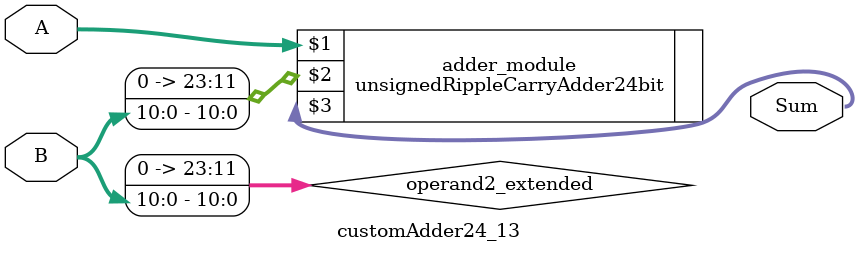
<source format=v>

module customAdder24_13(
                    input [23 : 0] A,
                    input [10 : 0] B,
                    
                    output [24 : 0] Sum
            );

    wire [23 : 0] operand2_extended;
    
    assign operand2_extended =  {13'b0, B};
    
    unsignedRippleCarryAdder24bit adder_module(
        A,
        operand2_extended,
        Sum
    );
    
endmodule
        
</source>
